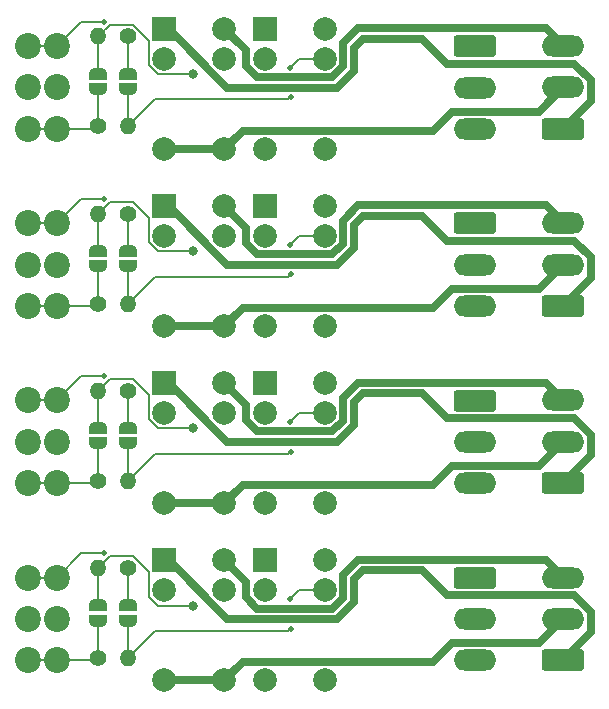
<source format=gbr>
%TF.GenerationSoftware,KiCad,Pcbnew,8.0.5*%
%TF.CreationDate,2025-06-13T11:47:53+02:00*%
%TF.ProjectId,doubleRelayExtensionTHT,646f7562-6c65-4526-956c-617945787465,rev?*%
%TF.SameCoordinates,Original*%
%TF.FileFunction,Copper,L2,Bot*%
%TF.FilePolarity,Positive*%
%FSLAX46Y46*%
G04 Gerber Fmt 4.6, Leading zero omitted, Abs format (unit mm)*
G04 Created by KiCad (PCBNEW 8.0.5) date 2025-06-13 11:47:53*
%MOMM*%
%LPD*%
G01*
G04 APERTURE LIST*
G04 Aperture macros list*
%AMRoundRect*
0 Rectangle with rounded corners*
0 $1 Rounding radius*
0 $2 $3 $4 $5 $6 $7 $8 $9 X,Y pos of 4 corners*
0 Add a 4 corners polygon primitive as box body*
4,1,4,$2,$3,$4,$5,$6,$7,$8,$9,$2,$3,0*
0 Add four circle primitives for the rounded corners*
1,1,$1+$1,$2,$3*
1,1,$1+$1,$4,$5*
1,1,$1+$1,$6,$7*
1,1,$1+$1,$8,$9*
0 Add four rect primitives between the rounded corners*
20,1,$1+$1,$2,$3,$4,$5,0*
20,1,$1+$1,$4,$5,$6,$7,0*
20,1,$1+$1,$6,$7,$8,$9,0*
20,1,$1+$1,$8,$9,$2,$3,0*%
%AMFreePoly0*
4,1,19,0.500000,-0.750000,0.000000,-0.750000,0.000000,-0.744911,-0.071157,-0.744911,-0.207708,-0.704816,-0.327430,-0.627875,-0.420627,-0.520320,-0.479746,-0.390866,-0.500000,-0.250000,-0.500000,0.250000,-0.479746,0.390866,-0.420627,0.520320,-0.327430,0.627875,-0.207708,0.704816,-0.071157,0.744911,0.000000,0.744911,0.000000,0.750000,0.500000,0.750000,0.500000,-0.750000,0.500000,-0.750000,
$1*%
%AMFreePoly1*
4,1,19,0.000000,0.744911,0.071157,0.744911,0.207708,0.704816,0.327430,0.627875,0.420627,0.520320,0.479746,0.390866,0.500000,0.250000,0.500000,-0.250000,0.479746,-0.390866,0.420627,-0.520320,0.327430,-0.627875,0.207708,-0.704816,0.071157,-0.744911,0.000000,-0.744911,0.000000,-0.750000,-0.500000,-0.750000,-0.500000,0.750000,0.000000,0.750000,0.000000,0.744911,0.000000,0.744911,
$1*%
G04 Aperture macros list end*
%TA.AperFunction,ComponentPad*%
%ADD10RoundRect,0.250000X1.550000X-0.650000X1.550000X0.650000X-1.550000X0.650000X-1.550000X-0.650000X0*%
%TD*%
%TA.AperFunction,ComponentPad*%
%ADD11O,3.600000X1.800000*%
%TD*%
%TA.AperFunction,ComponentPad*%
%ADD12C,1.400000*%
%TD*%
%TA.AperFunction,ComponentPad*%
%ADD13O,1.400000X1.400000*%
%TD*%
%TA.AperFunction,ComponentPad*%
%ADD14R,2.000000X2.000000*%
%TD*%
%TA.AperFunction,ComponentPad*%
%ADD15C,2.000000*%
%TD*%
%TA.AperFunction,ComponentPad*%
%ADD16C,2.200000*%
%TD*%
%TA.AperFunction,ComponentPad*%
%ADD17RoundRect,0.250000X-1.550000X0.650000X-1.550000X-0.650000X1.550000X-0.650000X1.550000X0.650000X0*%
%TD*%
%TA.AperFunction,SMDPad,CuDef*%
%ADD18FreePoly0,270.000000*%
%TD*%
%TA.AperFunction,SMDPad,CuDef*%
%ADD19FreePoly1,270.000000*%
%TD*%
%TA.AperFunction,SMDPad,CuDef*%
%ADD20FreePoly0,90.000000*%
%TD*%
%TA.AperFunction,SMDPad,CuDef*%
%ADD21FreePoly1,90.000000*%
%TD*%
%TA.AperFunction,ViaPad*%
%ADD22C,0.500000*%
%TD*%
%TA.AperFunction,ViaPad*%
%ADD23C,0.800000*%
%TD*%
%TA.AperFunction,Conductor*%
%ADD24C,0.200000*%
%TD*%
%TA.AperFunction,Conductor*%
%ADD25C,0.700000*%
%TD*%
G04 APERTURE END LIST*
D10*
%TO.P,J11,1,Pin_1*%
%TO.N,Net-(J11-Pin_1)*%
X151357500Y-97500000D03*
D11*
%TO.P,J11,2,Pin_2*%
%TO.N,Net-(J11-Pin_2)*%
X151357500Y-94000000D03*
%TO.P,J11,3,Pin_3*%
%TO.N,Net-(J11-Pin_3)*%
X151357500Y-90500000D03*
%TD*%
D12*
%TO.P,R202,1*%
%TO.N,/relay1/Coil1*%
X114500000Y-59690000D03*
D13*
%TO.P,R202,2*%
%TO.N,Net-(JP202-B)*%
X114500000Y-67310000D03*
%TD*%
D14*
%TO.P,K401,1*%
%TO.N,Net-(J8-Pin_1)*%
X117592500Y-74042500D03*
D15*
%TO.P,K401,2*%
%TO.N,+12V*%
X117592500Y-76582500D03*
%TO.P,K401,5*%
%TO.N,Net-(J8-Pin_2)*%
X117592500Y-84202500D03*
%TO.P,K401,6*%
X122672500Y-84202500D03*
%TO.P,K401,9*%
%TO.N,Net-(JP401-B)*%
X122672500Y-76582500D03*
%TO.P,K401,10*%
%TO.N,Net-(J8-Pin_3)*%
X122672500Y-74042500D03*
%TD*%
D14*
%TO.P,K501,1*%
%TO.N,Net-(J11-Pin_1)*%
X117592500Y-89042500D03*
D15*
%TO.P,K501,2*%
%TO.N,+12V*%
X117592500Y-91582500D03*
%TO.P,K501,5*%
%TO.N,Net-(J11-Pin_2)*%
X117592500Y-99202500D03*
%TO.P,K501,6*%
X122672500Y-99202500D03*
%TO.P,K501,9*%
%TO.N,Net-(JP501-B)*%
X122672500Y-91582500D03*
%TO.P,K501,10*%
%TO.N,Net-(J11-Pin_3)*%
X122672500Y-89042500D03*
%TD*%
D12*
%TO.P,R501,1*%
%TO.N,/relay4/Coil2*%
X112000000Y-97310000D03*
D13*
%TO.P,R501,2*%
%TO.N,Net-(JP501-B)*%
X112000000Y-89690000D03*
%TD*%
D14*
%TO.P,K302,1*%
%TO.N,Net-(J6-Pin_1)*%
X126092500Y-44042500D03*
D15*
%TO.P,K302,2*%
%TO.N,+12V*%
X126092500Y-46582500D03*
%TO.P,K302,5*%
%TO.N,Net-(J6-Pin_2)*%
X126092500Y-54202500D03*
%TO.P,K302,6*%
X131172500Y-54202500D03*
%TO.P,K302,9*%
%TO.N,Net-(JP302-B)*%
X131172500Y-46582500D03*
%TO.P,K302,10*%
%TO.N,Net-(J6-Pin_3)*%
X131172500Y-44042500D03*
%TD*%
D16*
%TO.P,J2,1,Pin_1*%
%TO.N,/relay2/Coil2*%
X108500000Y-52500000D03*
X106000000Y-52500000D03*
%TO.P,J2,2,Pin_2*%
%TO.N,+12V*%
X108500000Y-49000000D03*
X106000000Y-49000000D03*
%TO.P,J2,3,Pin_3*%
%TO.N,/relay2/Coil1*%
X108500000Y-45500000D03*
X106000000Y-45500000D03*
%TD*%
D12*
%TO.P,R502,1*%
%TO.N,/relay4/Coil1*%
X114500000Y-89690000D03*
D13*
%TO.P,R502,2*%
%TO.N,Net-(JP502-B)*%
X114500000Y-97310000D03*
%TD*%
D14*
%TO.P,K201,1*%
%TO.N,Net-(J4-Pin_1)*%
X117592500Y-59042500D03*
D15*
%TO.P,K201,2*%
%TO.N,+12V*%
X117592500Y-61582500D03*
%TO.P,K201,5*%
%TO.N,Net-(J4-Pin_2)*%
X117592500Y-69202500D03*
%TO.P,K201,6*%
X122672500Y-69202500D03*
%TO.P,K201,9*%
%TO.N,Net-(JP201-B)*%
X122672500Y-61582500D03*
%TO.P,K201,10*%
%TO.N,Net-(J4-Pin_3)*%
X122672500Y-59042500D03*
%TD*%
D16*
%TO.P,J7,1,Pin_1*%
%TO.N,/relay3/Coil2*%
X108500000Y-82500000D03*
X106000000Y-82500000D03*
%TO.P,J7,2,Pin_2*%
%TO.N,+12V*%
X108500000Y-79000000D03*
X106000000Y-79000000D03*
%TO.P,J7,3,Pin_3*%
%TO.N,/relay3/Coil1*%
X108500000Y-75500000D03*
X106000000Y-75500000D03*
%TD*%
D10*
%TO.P,J4,1,Pin_1*%
%TO.N,Net-(J4-Pin_1)*%
X151357500Y-67500000D03*
D11*
%TO.P,J4,2,Pin_2*%
%TO.N,Net-(J4-Pin_2)*%
X151357500Y-64000000D03*
%TO.P,J4,3,Pin_3*%
%TO.N,Net-(J4-Pin_3)*%
X151357500Y-60500000D03*
%TD*%
D14*
%TO.P,K301,1*%
%TO.N,Net-(J3-Pin_1)*%
X117592500Y-44042500D03*
D15*
%TO.P,K301,2*%
%TO.N,+12V*%
X117592500Y-46582500D03*
%TO.P,K301,5*%
%TO.N,Net-(J3-Pin_2)*%
X117592500Y-54202500D03*
%TO.P,K301,6*%
X122672500Y-54202500D03*
%TO.P,K301,9*%
%TO.N,Net-(JP301-B)*%
X122672500Y-46582500D03*
%TO.P,K301,10*%
%TO.N,Net-(J3-Pin_3)*%
X122672500Y-44042500D03*
%TD*%
D10*
%TO.P,J8,1,Pin_1*%
%TO.N,Net-(J8-Pin_1)*%
X151357500Y-82500000D03*
D11*
%TO.P,J8,2,Pin_2*%
%TO.N,Net-(J8-Pin_2)*%
X151357500Y-79000000D03*
%TO.P,J8,3,Pin_3*%
%TO.N,Net-(J8-Pin_3)*%
X151357500Y-75500000D03*
%TD*%
D12*
%TO.P,R301,1*%
%TO.N,/relay2/Coil2*%
X112000000Y-52310000D03*
D13*
%TO.P,R301,2*%
%TO.N,Net-(JP301-B)*%
X112000000Y-44690000D03*
%TD*%
D16*
%TO.P,J10,1,Pin_1*%
%TO.N,/relay4/Coil2*%
X108500000Y-97500000D03*
X106000000Y-97500000D03*
%TO.P,J10,2,Pin_2*%
%TO.N,+12V*%
X108500000Y-94000000D03*
X106000000Y-94000000D03*
%TO.P,J10,3,Pin_3*%
%TO.N,/relay4/Coil1*%
X108500000Y-90500000D03*
X106000000Y-90500000D03*
%TD*%
D17*
%TO.P,J9,1,Pin_1*%
%TO.N,Net-(J9-Pin_1)*%
X143857500Y-75517500D03*
D11*
%TO.P,J9,2,Pin_2*%
%TO.N,Net-(J9-Pin_2)*%
X143857500Y-79017500D03*
%TO.P,J9,3,Pin_3*%
%TO.N,Net-(J9-Pin_3)*%
X143857500Y-82517500D03*
%TD*%
D12*
%TO.P,R302,1*%
%TO.N,/relay2/Coil1*%
X114500000Y-44690000D03*
D13*
%TO.P,R302,2*%
%TO.N,Net-(JP302-B)*%
X114500000Y-52310000D03*
%TD*%
D17*
%TO.P,J12,1,Pin_1*%
%TO.N,Net-(J12-Pin_1)*%
X143857500Y-90517500D03*
D11*
%TO.P,J12,2,Pin_2*%
%TO.N,Net-(J12-Pin_2)*%
X143857500Y-94017500D03*
%TO.P,J12,3,Pin_3*%
%TO.N,Net-(J12-Pin_3)*%
X143857500Y-97517500D03*
%TD*%
D14*
%TO.P,K502,1*%
%TO.N,Net-(J12-Pin_1)*%
X126092500Y-89042500D03*
D15*
%TO.P,K502,2*%
%TO.N,+12V*%
X126092500Y-91582500D03*
%TO.P,K502,5*%
%TO.N,Net-(J12-Pin_2)*%
X126092500Y-99202500D03*
%TO.P,K502,6*%
X131172500Y-99202500D03*
%TO.P,K502,9*%
%TO.N,Net-(JP502-B)*%
X131172500Y-91582500D03*
%TO.P,K502,10*%
%TO.N,Net-(J12-Pin_3)*%
X131172500Y-89042500D03*
%TD*%
D16*
%TO.P,J1,1,Pin_1*%
%TO.N,/relay1/Coil2*%
X108500000Y-67500000D03*
X106000000Y-67500000D03*
%TO.P,J1,2,Pin_2*%
%TO.N,+12V*%
X108500000Y-64000000D03*
X106000000Y-64000000D03*
%TO.P,J1,3,Pin_3*%
%TO.N,/relay1/Coil1*%
X108500000Y-60500000D03*
X106000000Y-60500000D03*
%TD*%
D17*
%TO.P,J6,1,Pin_1*%
%TO.N,Net-(J6-Pin_1)*%
X143857500Y-45517500D03*
D11*
%TO.P,J6,2,Pin_2*%
%TO.N,Net-(J6-Pin_2)*%
X143857500Y-49017500D03*
%TO.P,J6,3,Pin_3*%
%TO.N,Net-(J6-Pin_3)*%
X143857500Y-52517500D03*
%TD*%
D14*
%TO.P,K402,1*%
%TO.N,Net-(J9-Pin_1)*%
X126092500Y-74042500D03*
D15*
%TO.P,K402,2*%
%TO.N,+12V*%
X126092500Y-76582500D03*
%TO.P,K402,5*%
%TO.N,Net-(J9-Pin_2)*%
X126092500Y-84202500D03*
%TO.P,K402,6*%
X131172500Y-84202500D03*
%TO.P,K402,9*%
%TO.N,Net-(JP402-B)*%
X131172500Y-76582500D03*
%TO.P,K402,10*%
%TO.N,Net-(J9-Pin_3)*%
X131172500Y-74042500D03*
%TD*%
D12*
%TO.P,R401,1*%
%TO.N,/relay3/Coil2*%
X112000000Y-82310000D03*
D13*
%TO.P,R401,2*%
%TO.N,Net-(JP401-B)*%
X112000000Y-74690000D03*
%TD*%
D14*
%TO.P,K202,1*%
%TO.N,Net-(J5-Pin_1)*%
X126092500Y-59042500D03*
D15*
%TO.P,K202,2*%
%TO.N,+12V*%
X126092500Y-61582500D03*
%TO.P,K202,5*%
%TO.N,Net-(J5-Pin_2)*%
X126092500Y-69202500D03*
%TO.P,K202,6*%
X131172500Y-69202500D03*
%TO.P,K202,9*%
%TO.N,Net-(JP202-B)*%
X131172500Y-61582500D03*
%TO.P,K202,10*%
%TO.N,Net-(J5-Pin_3)*%
X131172500Y-59042500D03*
%TD*%
D12*
%TO.P,R402,1*%
%TO.N,/relay3/Coil1*%
X114500000Y-74690000D03*
D13*
%TO.P,R402,2*%
%TO.N,Net-(JP402-B)*%
X114500000Y-82310000D03*
%TD*%
D12*
%TO.P,R201,1*%
%TO.N,/relay1/Coil2*%
X112000000Y-67310000D03*
D13*
%TO.P,R201,2*%
%TO.N,Net-(JP201-B)*%
X112000000Y-59690000D03*
%TD*%
D17*
%TO.P,J5,1,Pin_1*%
%TO.N,Net-(J5-Pin_1)*%
X143857500Y-60517500D03*
D11*
%TO.P,J5,2,Pin_2*%
%TO.N,Net-(J5-Pin_2)*%
X143857500Y-64017500D03*
%TO.P,J5,3,Pin_3*%
%TO.N,Net-(J5-Pin_3)*%
X143857500Y-67517500D03*
%TD*%
D10*
%TO.P,J3,1,Pin_1*%
%TO.N,Net-(J3-Pin_1)*%
X151357500Y-52500000D03*
D11*
%TO.P,J3,2,Pin_2*%
%TO.N,Net-(J3-Pin_2)*%
X151357500Y-49000000D03*
%TO.P,J3,3,Pin_3*%
%TO.N,Net-(J3-Pin_3)*%
X151357500Y-45500000D03*
%TD*%
D18*
%TO.P,JP202,1,A*%
%TO.N,/relay1/Coil1*%
X114500000Y-62850000D03*
D19*
%TO.P,JP202,2,B*%
%TO.N,Net-(JP202-B)*%
X114500000Y-64150000D03*
%TD*%
D18*
%TO.P,JP502,1,A*%
%TO.N,/relay4/Coil1*%
X114500000Y-92850000D03*
D19*
%TO.P,JP502,2,B*%
%TO.N,Net-(JP502-B)*%
X114500000Y-94150000D03*
%TD*%
D18*
%TO.P,JP402,1,A*%
%TO.N,/relay3/Coil1*%
X114500000Y-77850000D03*
D19*
%TO.P,JP402,2,B*%
%TO.N,Net-(JP402-B)*%
X114500000Y-79150000D03*
%TD*%
D20*
%TO.P,JP501,1,A*%
%TO.N,/relay4/Coil2*%
X112000000Y-94150000D03*
D21*
%TO.P,JP501,2,B*%
%TO.N,Net-(JP501-B)*%
X112000000Y-92850000D03*
%TD*%
D20*
%TO.P,JP401,1,A*%
%TO.N,/relay3/Coil2*%
X112000000Y-79150000D03*
D21*
%TO.P,JP401,2,B*%
%TO.N,Net-(JP401-B)*%
X112000000Y-77850000D03*
%TD*%
D20*
%TO.P,JP301,1,A*%
%TO.N,/relay2/Coil2*%
X112000000Y-49150000D03*
D21*
%TO.P,JP301,2,B*%
%TO.N,Net-(JP301-B)*%
X112000000Y-47850000D03*
%TD*%
D20*
%TO.P,JP201,1,A*%
%TO.N,/relay1/Coil2*%
X112000000Y-64150000D03*
D21*
%TO.P,JP201,2,B*%
%TO.N,Net-(JP201-B)*%
X112000000Y-62850000D03*
%TD*%
D18*
%TO.P,JP302,1,A*%
%TO.N,/relay2/Coil1*%
X114500000Y-47850000D03*
D19*
%TO.P,JP302,2,B*%
%TO.N,Net-(JP302-B)*%
X114500000Y-49150000D03*
%TD*%
D22*
%TO.N,/relay1/Coil1*%
X112451710Y-58460471D03*
%TO.N,/relay2/Coil1*%
X112451710Y-43460471D03*
%TO.N,/relay3/Coil1*%
X112451710Y-73460471D03*
%TO.N,/relay4/Coil1*%
X112451710Y-88460471D03*
D23*
%TO.N,Net-(JP201-B)*%
X120000000Y-62882500D03*
D22*
%TO.N,Net-(JP202-B)*%
X128270000Y-64832500D03*
X128251130Y-62332500D03*
D23*
%TO.N,Net-(JP301-B)*%
X120000000Y-47882500D03*
D22*
%TO.N,Net-(JP302-B)*%
X128251130Y-47332500D03*
X128270000Y-49832500D03*
D23*
%TO.N,Net-(JP401-B)*%
X120000000Y-77882500D03*
D22*
%TO.N,Net-(JP402-B)*%
X128251130Y-77332500D03*
X128270000Y-79832500D03*
D23*
%TO.N,Net-(JP501-B)*%
X120000000Y-92882500D03*
D22*
%TO.N,Net-(JP502-B)*%
X128270000Y-94832500D03*
X128251130Y-92332500D03*
%TD*%
D24*
%TO.N,/relay1/Coil2*%
X112000000Y-64150000D02*
X112000000Y-67310000D01*
X111810000Y-67500000D02*
X112000000Y-67310000D01*
X106000000Y-67500000D02*
X111810000Y-67500000D01*
%TO.N,/relay1/Coil1*%
X108500000Y-60500000D02*
X106000000Y-60500000D01*
X114500000Y-62850000D02*
X114500000Y-59690000D01*
X110539529Y-58460471D02*
X108500000Y-60500000D01*
X112451710Y-58460471D02*
X110539529Y-58460471D01*
D25*
%TO.N,Net-(J4-Pin_2)*%
X124222500Y-67652500D02*
X122672500Y-69202500D01*
X149290000Y-66067500D02*
X141932500Y-66067500D01*
X122672500Y-69202500D02*
X117592500Y-69202500D01*
X151357500Y-64000000D02*
X149290000Y-66067500D01*
X140347500Y-67652500D02*
X124222500Y-67652500D01*
X141932500Y-66067500D02*
X140347500Y-67652500D01*
%TO.N,Net-(J4-Pin_1)*%
X153707500Y-63399390D02*
X152308110Y-62000000D01*
X139400000Y-59900000D02*
X134372792Y-59900000D01*
X134372792Y-59900000D02*
X133622500Y-60650292D01*
X122930468Y-64032500D02*
X117940468Y-59042500D01*
X133622500Y-60650292D02*
X133622500Y-62597324D01*
X141500000Y-62000000D02*
X139400000Y-59900000D01*
X117940468Y-59042500D02*
X117592500Y-59042500D01*
X132187324Y-64032500D02*
X122930468Y-64032500D01*
X153707500Y-65150000D02*
X153707500Y-63399390D01*
X152308110Y-62000000D02*
X141500000Y-62000000D01*
X151357500Y-67500000D02*
X153707500Y-65150000D01*
X133622500Y-62597324D02*
X132187324Y-64032500D01*
%TO.N,Net-(J4-Pin_3)*%
X134000000Y-59000000D02*
X132722500Y-60277500D01*
X124500000Y-62182032D02*
X124500000Y-60870000D01*
X149857500Y-59000000D02*
X134000000Y-59000000D01*
X151357500Y-60500000D02*
X149857500Y-59000000D01*
X125450468Y-63132500D02*
X124500000Y-62182032D01*
X132722500Y-60277500D02*
X132722500Y-62224532D01*
X131814532Y-63132500D02*
X125450468Y-63132500D01*
X124500000Y-60870000D02*
X122672500Y-59042500D01*
X132722500Y-62224532D02*
X131814532Y-63132500D01*
D24*
%TO.N,/relay2/Coil2*%
X106000000Y-52500000D02*
X111810000Y-52500000D01*
X112000000Y-49150000D02*
X112000000Y-52310000D01*
X111810000Y-52500000D02*
X112000000Y-52310000D01*
%TO.N,/relay2/Coil1*%
X114500000Y-47850000D02*
X114500000Y-44690000D01*
X108500000Y-45500000D02*
X106000000Y-45500000D01*
X110539529Y-43460471D02*
X108500000Y-45500000D01*
X112451710Y-43460471D02*
X110539529Y-43460471D01*
D25*
%TO.N,Net-(J3-Pin_2)*%
X149290000Y-51067500D02*
X141932500Y-51067500D01*
X122672500Y-54202500D02*
X117592500Y-54202500D01*
X140347500Y-52652500D02*
X124222500Y-52652500D01*
X141932500Y-51067500D02*
X140347500Y-52652500D01*
X151357500Y-49000000D02*
X149290000Y-51067500D01*
X124222500Y-52652500D02*
X122672500Y-54202500D01*
%TO.N,Net-(J3-Pin_3)*%
X125450468Y-48132500D02*
X124500000Y-47182032D01*
X134000000Y-44000000D02*
X132722500Y-45277500D01*
X149857500Y-44000000D02*
X134000000Y-44000000D01*
X151357500Y-45500000D02*
X149857500Y-44000000D01*
X124500000Y-47182032D02*
X124500000Y-45870000D01*
X131814532Y-48132500D02*
X125450468Y-48132500D01*
X124500000Y-45870000D02*
X122672500Y-44042500D01*
X132722500Y-45277500D02*
X132722500Y-47224532D01*
X132722500Y-47224532D02*
X131814532Y-48132500D01*
%TO.N,Net-(J3-Pin_1)*%
X132187324Y-49032500D02*
X122930468Y-49032500D01*
X133622500Y-47597324D02*
X132187324Y-49032500D01*
X117940468Y-44042500D02*
X117592500Y-44042500D01*
X151357500Y-52500000D02*
X153707500Y-50150000D01*
X141500000Y-47000000D02*
X139400000Y-44900000D01*
X122930468Y-49032500D02*
X117940468Y-44042500D01*
X134372792Y-44900000D02*
X133622500Y-45650292D01*
X139400000Y-44900000D02*
X134372792Y-44900000D01*
X133622500Y-45650292D02*
X133622500Y-47597324D01*
X153707500Y-48399390D02*
X152308110Y-47000000D01*
X153707500Y-50150000D02*
X153707500Y-48399390D01*
X152308110Y-47000000D02*
X141500000Y-47000000D01*
D24*
%TO.N,/relay3/Coil1*%
X108500000Y-75500000D02*
X106000000Y-75500000D01*
X110539529Y-73460471D02*
X108500000Y-75500000D01*
X112451710Y-73460471D02*
X110539529Y-73460471D01*
X114500000Y-77850000D02*
X114500000Y-74690000D01*
%TO.N,/relay3/Coil2*%
X112000000Y-79150000D02*
X112000000Y-82310000D01*
X111810000Y-82500000D02*
X112000000Y-82310000D01*
X106000000Y-82500000D02*
X111810000Y-82500000D01*
D25*
%TO.N,Net-(J8-Pin_2)*%
X122672500Y-84202500D02*
X117592500Y-84202500D01*
X151357500Y-79000000D02*
X149290000Y-81067500D01*
X149290000Y-81067500D02*
X141932500Y-81067500D01*
X140347500Y-82652500D02*
X124222500Y-82652500D01*
X124222500Y-82652500D02*
X122672500Y-84202500D01*
X141932500Y-81067500D02*
X140347500Y-82652500D01*
%TO.N,Net-(J8-Pin_3)*%
X151357500Y-75500000D02*
X149857500Y-74000000D01*
X125450468Y-78132500D02*
X124500000Y-77182032D01*
X134000000Y-74000000D02*
X132722500Y-75277500D01*
X124500000Y-75870000D02*
X122672500Y-74042500D01*
X124500000Y-77182032D02*
X124500000Y-75870000D01*
X132722500Y-77224532D02*
X131814532Y-78132500D01*
X132722500Y-75277500D02*
X132722500Y-77224532D01*
X149857500Y-74000000D02*
X134000000Y-74000000D01*
X131814532Y-78132500D02*
X125450468Y-78132500D01*
%TO.N,Net-(J8-Pin_1)*%
X153707500Y-80150000D02*
X153707500Y-78399390D01*
X151357500Y-82500000D02*
X153707500Y-80150000D01*
X133622500Y-75650292D02*
X133622500Y-77597324D01*
X134372792Y-74900000D02*
X133622500Y-75650292D01*
X133622500Y-77597324D02*
X132187324Y-79032500D01*
X122930468Y-79032500D02*
X117940468Y-74042500D01*
X153707500Y-78399390D02*
X152308110Y-77000000D01*
X152308110Y-77000000D02*
X141500000Y-77000000D01*
X139400000Y-74900000D02*
X134372792Y-74900000D01*
X141500000Y-77000000D02*
X139400000Y-74900000D01*
X132187324Y-79032500D02*
X122930468Y-79032500D01*
X117940468Y-74042500D02*
X117592500Y-74042500D01*
D24*
%TO.N,/relay4/Coil1*%
X110539529Y-88460471D02*
X108500000Y-90500000D01*
X108500000Y-90500000D02*
X106000000Y-90500000D01*
X112451710Y-88460471D02*
X110539529Y-88460471D01*
X114500000Y-92850000D02*
X114500000Y-89690000D01*
%TO.N,/relay4/Coil2*%
X111810000Y-97500000D02*
X112000000Y-97310000D01*
X112000000Y-94150000D02*
X112000000Y-97310000D01*
X106000000Y-97500000D02*
X111810000Y-97500000D01*
D25*
%TO.N,Net-(J11-Pin_3)*%
X134000000Y-89000000D02*
X132722500Y-90277500D01*
X124500000Y-90870000D02*
X122672500Y-89042500D01*
X125450468Y-93132500D02*
X124500000Y-92182032D01*
X149857500Y-89000000D02*
X134000000Y-89000000D01*
X151357500Y-90500000D02*
X149857500Y-89000000D01*
X131814532Y-93132500D02*
X125450468Y-93132500D01*
X132722500Y-90277500D02*
X132722500Y-92224532D01*
X132722500Y-92224532D02*
X131814532Y-93132500D01*
X124500000Y-92182032D02*
X124500000Y-90870000D01*
%TO.N,Net-(J11-Pin_1)*%
X134372792Y-89900000D02*
X133622500Y-90650292D01*
X132187324Y-94032500D02*
X122930468Y-94032500D01*
X139400000Y-89900000D02*
X134372792Y-89900000D01*
X133622500Y-92597324D02*
X132187324Y-94032500D01*
X122930468Y-94032500D02*
X117940468Y-89042500D01*
X133622500Y-90650292D02*
X133622500Y-92597324D01*
X141500000Y-92000000D02*
X139400000Y-89900000D01*
X151357500Y-97500000D02*
X153707500Y-95150000D01*
X117940468Y-89042500D02*
X117592500Y-89042500D01*
X153707500Y-93399390D02*
X152308110Y-92000000D01*
X153707500Y-95150000D02*
X153707500Y-93399390D01*
X152308110Y-92000000D02*
X141500000Y-92000000D01*
%TO.N,Net-(J11-Pin_2)*%
X151357500Y-94000000D02*
X149290000Y-96067500D01*
X122672500Y-99202500D02*
X117592500Y-99202500D01*
X141932500Y-96067500D02*
X140347500Y-97652500D01*
X124222500Y-97652500D02*
X122672500Y-99202500D01*
X140347500Y-97652500D02*
X124222500Y-97652500D01*
X149290000Y-96067500D02*
X141932500Y-96067500D01*
D24*
%TO.N,Net-(JP201-B)*%
X113000000Y-58690000D02*
X114914214Y-58690000D01*
X114914214Y-58690000D02*
X116292500Y-60068286D01*
X116292500Y-60068286D02*
X116292500Y-62120978D01*
X117054022Y-62882500D02*
X120000000Y-62882500D01*
X112000000Y-59690000D02*
X113000000Y-58690000D01*
X116292500Y-62120978D02*
X117054022Y-62882500D01*
X112000000Y-62850000D02*
X112000000Y-59690000D01*
%TO.N,Net-(JP202-B)*%
X114500000Y-67310000D02*
X114500000Y-64150000D01*
X128078500Y-65024000D02*
X116786000Y-65024000D01*
X116786000Y-65024000D02*
X114500000Y-67310000D01*
X128270000Y-64832500D02*
X128078500Y-65024000D01*
X131172500Y-61582500D02*
X129001130Y-61582500D01*
X129001130Y-61582500D02*
X128251130Y-62332500D01*
%TO.N,Net-(JP301-B)*%
X116292500Y-45068286D02*
X116292500Y-47120978D01*
X114914214Y-43690000D02*
X116292500Y-45068286D01*
X113000000Y-43690000D02*
X114914214Y-43690000D01*
X112000000Y-47850000D02*
X112000000Y-44690000D01*
X112000000Y-44690000D02*
X113000000Y-43690000D01*
X117054022Y-47882500D02*
X120000000Y-47882500D01*
X116292500Y-47120978D02*
X117054022Y-47882500D01*
%TO.N,Net-(JP302-B)*%
X129001130Y-46582500D02*
X128251130Y-47332500D01*
X131172500Y-46582500D02*
X129001130Y-46582500D01*
X128270000Y-49832500D02*
X128078500Y-50024000D01*
X116786000Y-50024000D02*
X114500000Y-52310000D01*
X114500000Y-52310000D02*
X114500000Y-49150000D01*
X128078500Y-50024000D02*
X116786000Y-50024000D01*
%TO.N,Net-(JP401-B)*%
X117054022Y-77882500D02*
X120000000Y-77882500D01*
X116292500Y-75068286D02*
X116292500Y-77120978D01*
X113000000Y-73690000D02*
X114914214Y-73690000D01*
X112000000Y-74690000D02*
X113000000Y-73690000D01*
X116292500Y-77120978D02*
X117054022Y-77882500D01*
X112000000Y-77850000D02*
X112000000Y-74690000D01*
X114914214Y-73690000D02*
X116292500Y-75068286D01*
%TO.N,Net-(JP402-B)*%
X128078500Y-80024000D02*
X116786000Y-80024000D01*
X129001130Y-76582500D02*
X128251130Y-77332500D01*
X131172500Y-76582500D02*
X129001130Y-76582500D01*
X116786000Y-80024000D02*
X114500000Y-82310000D01*
X128270000Y-79832500D02*
X128078500Y-80024000D01*
X114500000Y-82310000D02*
X114500000Y-79150000D01*
%TO.N,Net-(JP501-B)*%
X112000000Y-92850000D02*
X112000000Y-89690000D01*
X113000000Y-88690000D02*
X114914214Y-88690000D01*
X112000000Y-89690000D02*
X113000000Y-88690000D01*
X114914214Y-88690000D02*
X116292500Y-90068286D01*
X117054022Y-92882500D02*
X120000000Y-92882500D01*
X116292500Y-92120978D02*
X117054022Y-92882500D01*
X116292500Y-90068286D02*
X116292500Y-92120978D01*
%TO.N,Net-(JP502-B)*%
X129001130Y-91582500D02*
X128251130Y-92332500D01*
X128078500Y-95024000D02*
X116786000Y-95024000D01*
X131172500Y-91582500D02*
X129001130Y-91582500D01*
X128270000Y-94832500D02*
X128078500Y-95024000D01*
X116786000Y-95024000D02*
X114500000Y-97310000D01*
X114500000Y-97310000D02*
X114500000Y-94150000D01*
%TD*%
M02*

</source>
